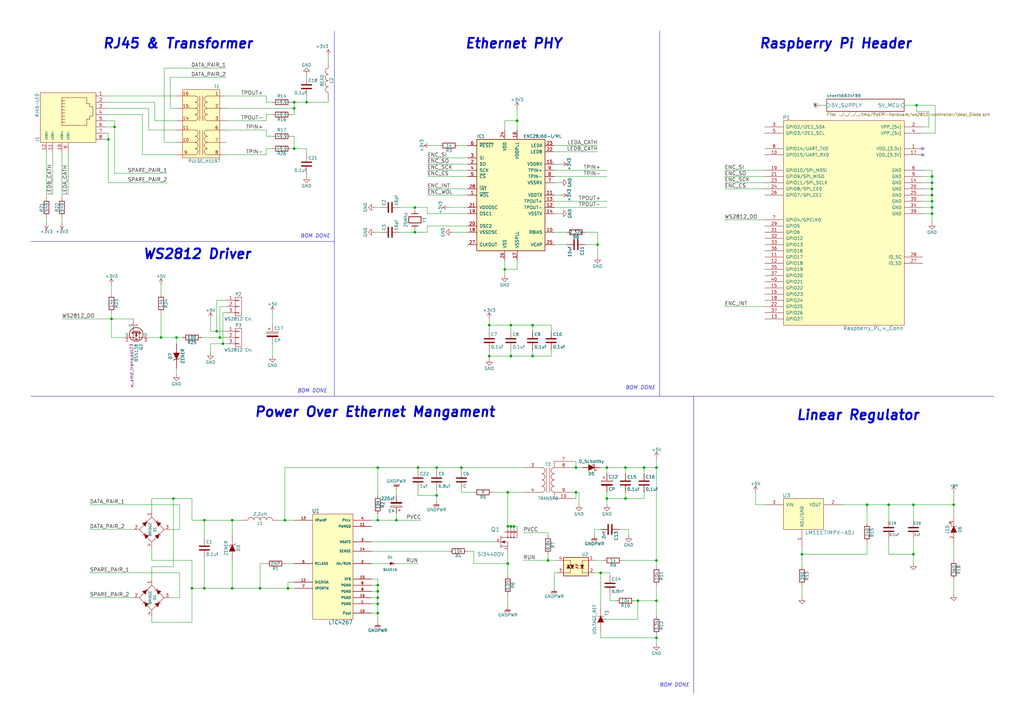
<source format=kicad_sch>
(kicad_sch (version 20230121) (generator eeschema)
  (paper "A3")
  (title_block (title "Raspberry Pi - Power Over Ethernet & PHY") (date "2016-02-02") (rev "0.1d") (company "OpenFet") (comment 1 "Author: Julien Marcus") (comment 2 "License: CERN OHL V1.2"))
  (junction (at 210.82 215.9))
  (junction (at 209.55 215.9))
  (junction (at 170.18 95.25))
  (junction (at 236.22 191.77))
  (junction (at 218.44 133.35))
  (junction (at 90.17 138.43))
  (junction (at 154.94 213.36))
  (junction (at 224.79 229.87))
  (junction (at 355.6 207.01))
  (junction (at 391.16 207.01))
  (junction (at 382.27 85.09))
  (junction (at 106.68 241.3))
  (junction (at 154.94 245.11))
  (junction (at 382.27 87.63))
  (junction (at 374.65 207.01))
  (junction (at 120.65 60.96))
  (junction (at 246.38 234.95))
  (junction (at 212.09 49.53))
  (junction (at 95.25 213.36))
  (junction (at 382.27 82.55))
  (junction (at 200.66 133.35))
  (junction (at 88.9 135.89))
  (junction (at 154.94 191.77))
  (junction (at 269.24 261.62))
  (junction (at 248.92 191.77))
  (junction (at 118.11 241.3))
  (junction (at 200.66 146.05))
  (junction (at 154.94 242.57))
  (junction (at 364.49 207.01))
  (junction (at 382.27 72.39))
  (junction (at 209.55 146.05))
  (junction (at 45.72 130.81))
  (junction (at 189.23 191.77))
  (junction (at 83.82 213.36))
  (junction (at 245.11 100.33))
  (junction (at 208.28 231.14))
  (junction (at 95.25 241.3))
  (junction (at 269.24 191.77))
  (junction (at 120.65 44.45))
  (junction (at 162.56 213.36))
  (junction (at 72.39 138.43))
  (junction (at 382.27 77.47))
  (junction (at 154.94 251.46))
  (junction (at 207.01 110.49))
  (junction (at 171.45 191.77))
  (junction (at 83.82 241.3))
  (junction (at 170.18 85.09))
  (junction (at 179.07 191.77))
  (junction (at 66.04 138.43))
  (junction (at 382.27 80.01))
  (junction (at 256.54 204.47))
  (junction (at 179.07 203.2))
  (junction (at 44.45 57.15))
  (junction (at 382.27 74.93))
  (junction (at 125.73 41.91))
  (junction (at 236.22 201.93))
  (junction (at 248.92 204.47))
  (junction (at 261.62 246.38))
  (junction (at 120.65 41.91))
  (junction (at 269.24 246.38))
  (junction (at 71.12 204.47))
  (junction (at 91.44 140.97))
  (junction (at 256.54 191.77))
  (junction (at 154.94 247.65))
  (junction (at 208.28 215.9))
  (junction (at 374.65 227.33))
  (junction (at 328.93 227.33))
  (junction (at 46.99 52.07))
  (junction (at 209.55 133.35))
  (junction (at 116.84 213.36))
  (junction (at 218.44 146.05))
  (junction (at 375.92 43.18))
  (junction (at 269.24 229.87))
  (junction (at 264.16 191.77))
  (junction (at 78.74 241.3))
  (junction (at 208.28 201.93))
  (junction (at 154.94 240.03))
  (no_connect (at 378.46 63.5))
  (no_connect (at 378.46 60.96))
  (wire (pts (xy 95.25 229.87) (xy 95.25 241.3)))
  (wire (pts (xy 72.39 140.97) (xy 72.39 138.43)))
  (wire (pts (xy 378.46 74.93) (xy 382.27 74.93)))
  (wire (pts (xy 134.62 22.86) (xy 134.62 25.4)))
  (wire (pts (xy 226.06 133.35) (xy 226.06 135.89)))
  (wire (pts (xy 364.49 227.33) (xy 374.65 227.33)))
  (wire (pts (xy 240.03 100.33) (xy 245.11 100.33)))
  (wire (pts (xy 19.05 91.44) (xy 19.05 88.9)))
  (wire (pts (xy 25.4 91.44) (xy 25.4 88.9)))
  (wire (pts (xy 58.42 46.99) (xy 58.42 63.5)))
  (wire (pts (xy 257.81 217.17) (xy 257.81 219.71)))
  (wire (pts (xy 256.54 191.77) (xy 264.16 191.77)))
  (wire (pts (xy 243.84 229.87) (xy 247.65 229.87)))
  (wire (pts (xy 62.23 229.87) (xy 78.74 229.87)))
  (wire (pts (xy 111.76 128.27) (xy 111.76 133.35)))
  (wire (pts (xy 120.65 55.88) (xy 120.65 60.96)))
  (wire (pts (xy 111.76 55.88) (xy 109.22 55.88)))
  (wire (pts (xy 62.23 224.79) (xy 62.23 229.87)))
  (wire (pts (xy 91.44 140.97) (xy 92.71 140.97)))
  (wire (pts (xy 313.69 90.17) (xy 297.18 90.17)))
  (wire (pts (xy 62.23 252.73) (xy 62.23 255.27)))
  (wire (pts (xy 170.18 95.25) (xy 175.26 95.25)))
  (wire (pts (xy 269.24 191.77) (xy 269.24 229.87)))
  (wire (pts (xy 364.49 207.01) (xy 374.65 207.01)))
  (wire (pts (xy 209.55 133.35) (xy 209.55 135.89)))
  (wire (pts (xy 154.94 247.65) (xy 154.94 251.46)))
  (wire (pts (xy 391.16 201.93) (xy 391.16 207.01)))
  (wire (pts (xy 118.11 241.3) (xy 120.65 241.3)))
  (wire (pts (xy 82.55 138.43) (xy 90.17 138.43)))
  (wire (pts (xy 163.83 95.25) (xy 170.18 95.25)))
  (wire (pts (xy 109.22 49.53) (xy 109.22 46.99)))
  (wire (pts (xy 246.38 191.77) (xy 248.92 191.77)))
  (wire (pts (xy 209.55 146.05) (xy 218.44 146.05)))
  (wire (pts (xy 92.71 63.5) (xy 109.22 63.5)))
  (wire (pts (xy 154.94 210.82) (xy 154.94 213.36)))
  (wire (pts (xy 92.71 39.37) (xy 109.22 39.37)))
  (wire (pts (xy 46.99 71.12) (xy 68.58 71.12)))
  (wire (pts (xy 236.22 201.93) (xy 237.49 201.93)))
  (wire (pts (xy 43.18 41.91) (xy 63.5 41.91)))
  (wire (pts (xy 78.74 241.3) (xy 83.82 241.3)))
  (wire (pts (xy 383.54 54.61) (xy 378.46 54.61)))
  (wire (pts (xy 109.22 231.14) (xy 106.68 231.14)))
  (wire (pts (xy 83.82 213.36) (xy 95.25 213.36)))
  (wire (pts (xy 313.69 72.39) (xy 297.18 72.39)))
  (wire (pts (xy 391.16 237.49) (xy 391.16 243.84)))
  (wire (pts (xy 109.22 39.37) (xy 109.22 41.91)))
  (wire (pts (xy 120.65 238.76) (xy 118.11 238.76)))
  (wire (pts (xy 152.4 213.36) (xy 154.94 213.36)))
  (wire (pts (xy 313.69 207.01) (xy 309.88 207.01)))
  (wire (pts (xy 62.23 204.47) (xy 71.12 204.47)))
  (wire (pts (xy 227.33 82.55) (xy 248.92 82.55)))
  (wire (pts (xy 109.22 41.91) (xy 111.76 41.91)))
  (wire (pts (xy 200.66 146.05) (xy 209.55 146.05)))
  (wire (pts (xy 210.82 215.9) (xy 212.09 215.9)))
  (wire (pts (xy 179.07 191.77) (xy 189.23 191.77)))
  (wire (pts (xy 44.45 54.61) (xy 43.18 54.61)))
  (wire (pts (xy 72.39 44.45) (xy 69.85 44.45)))
  (wire (pts (xy 119.38 46.99) (xy 120.65 46.99)))
  (wire (pts (xy 171.45 203.2) (xy 179.07 203.2)))
  (wire (pts (xy 78.74 213.36) (xy 83.82 213.36)))
  (wire (pts (xy 256.54 191.77) (xy 256.54 194.31)))
  (wire (pts (xy 209.55 215.9) (xy 210.82 215.9)))
  (wire (pts (xy 118.11 238.76) (xy 118.11 241.3)))
  (wire (pts (xy 264.16 191.77) (xy 269.24 191.77)))
  (wire (pts (xy 125.73 31.75) (xy 125.73 30.48)))
  (wire (pts (xy 191.77 77.47) (xy 175.26 77.47)))
  (wire (pts (xy 125.73 71.12) (xy 125.73 72.39)))
  (wire (pts (xy 180.34 59.69) (xy 176.53 59.69)))
  (wire (pts (xy 345.44 207.01) (xy 355.6 207.01)))
  (wire (pts (xy 171.45 200.66) (xy 171.45 203.2)))
  (wire (pts (xy 86.36 135.89) (xy 86.36 130.81)))
  (wire (pts (xy 73.66 207.01) (xy 36.83 207.01)))
  (wire (pts (xy 62.23 255.27) (xy 78.74 255.27)))
  (wire (pts (xy 382.27 69.85) (xy 382.27 72.39)))
  (wire (pts (xy 261.62 246.38) (xy 269.24 246.38)))
  (wire (pts (xy 71.12 232.41) (xy 71.12 204.47)))
  (wire (pts (xy 227.33 95.25) (xy 232.41 95.25)))
  (wire (pts (xy 162.56 213.36) (xy 172.72 213.36)))
  (wire (pts (xy 207.01 110.49) (xy 212.09 110.49)))
  (wire (pts (xy 72.39 138.43) (xy 74.93 138.43)))
  (polyline (pts (xy 407.67 162.56) (xy 12.7 162.56)))
  (wire (pts (xy 184.15 226.06) (xy 152.4 226.06)))
  (wire (pts (xy 185.42 95.25) (xy 191.77 95.25)))
  (wire (pts (xy 95.25 213.36) (xy 99.06 213.36)))
  (wire (pts (xy 200.66 133.35) (xy 200.66 135.89)))
  (wire (pts (xy 63.5 49.53) (xy 72.39 49.53)))
  (wire (pts (xy 261.62 254) (xy 248.92 254)))
  (wire (pts (xy 382.27 87.63) (xy 382.27 91.44)))
  (wire (pts (xy 43.18 39.37) (xy 72.39 39.37)))
  (wire (pts (xy 86.36 140.97) (xy 91.44 140.97)))
  (polyline (pts (xy 137.16 12.7) (xy 137.16 162.56)))
  (wire (pts (xy 154.94 242.57) (xy 154.94 245.11)))
  (wire (pts (xy 54.61 146.05) (xy 54.61 147.32)))
  (wire (pts (xy 375.92 43.18) (xy 383.54 43.18)))
  (wire (pts (xy 60.96 44.45) (xy 60.96 53.34)))
  (wire (pts (xy 375.92 45.72) (xy 381 45.72)))
  (wire (pts (xy 378.46 72.39) (xy 382.27 72.39)))
  (wire (pts (xy 154.94 251.46) (xy 152.4 251.46)))
  (wire (pts (xy 21.59 62.23) (xy 21.59 80.01)))
  (wire (pts (xy 246.38 217.17) (xy 243.84 217.17)))
  (wire (pts (xy 179.07 203.2) (xy 179.07 205.74)))
  (wire (pts (xy 355.6 207.01) (xy 364.49 207.01)))
  (wire (pts (xy 152.4 222.25) (xy 203.2 222.25)))
  (wire (pts (xy 158.75 231.14) (xy 152.4 231.14)))
  (wire (pts (xy 227.33 85.09) (xy 248.92 85.09)))
  (wire (pts (xy 46.99 52.07) (xy 46.99 71.12)))
  (wire (pts (xy 191.77 72.39) (xy 175.26 72.39)))
  (wire (pts (xy 250.19 234.95) (xy 250.19 236.22)))
  (wire (pts (xy 237.49 201.93) (xy 237.49 207.01)))
  (wire (pts (xy 91.44 128.27) (xy 91.44 140.97)))
  (wire (pts (xy 269.24 229.87) (xy 255.27 229.87)))
  (wire (pts (xy 78.74 229.87) (xy 78.74 241.3)))
  (wire (pts (xy 86.36 135.89) (xy 88.9 135.89)))
  (wire (pts (xy 83.82 241.3) (xy 95.25 241.3)))
  (wire (pts (xy 328.93 240.03) (xy 328.93 245.11)))
  (wire (pts (xy 383.54 43.18) (xy 383.54 54.61)))
  (wire (pts (xy 175.26 85.09) (xy 170.18 85.09)))
  (wire (pts (xy 374.65 207.01) (xy 374.65 213.36)))
  (wire (pts (xy 44.45 54.61) (xy 44.45 57.15)))
  (wire (pts (xy 170.18 85.09) (xy 170.18 86.36)))
  (wire (pts (xy 45.72 138.43) (xy 50.8 138.43)))
  (wire (pts (xy 207.01 49.53) (xy 212.09 49.53)))
  (wire (pts (xy 73.66 234.95) (xy 36.83 234.95)))
  (wire (pts (xy 264.16 194.31) (xy 264.16 191.77)))
  (wire (pts (xy 154.94 245.11) (xy 154.94 247.65)))
  (wire (pts (xy 120.65 44.45) (xy 120.65 41.91)))
  (wire (pts (xy 212.09 44.45) (xy 212.09 49.53)))
  (wire (pts (xy 248.92 204.47) (xy 256.54 204.47)))
  (wire (pts (xy 171.45 193.04) (xy 171.45 191.77)))
  (wire (pts (xy 364.49 220.98) (xy 364.49 227.33)))
  (wire (pts (xy 69.85 44.45) (xy 69.85 31.75)))
  (wire (pts (xy 245.11 95.25) (xy 245.11 100.33)))
  (wire (pts (xy 212.09 49.53) (xy 212.09 53.34)))
  (wire (pts (xy 234.95 201.93) (xy 236.22 201.93)))
  (wire (pts (xy 254 217.17) (xy 257.81 217.17)))
  (wire (pts (xy 109.22 55.88) (xy 109.22 53.34)))
  (wire (pts (xy 154.94 191.77) (xy 171.45 191.77)))
  (wire (pts (xy 227.33 234.95) (xy 227.33 241.3)))
  (wire (pts (xy 250.19 246.38) (xy 250.19 243.84)))
  (wire (pts (xy 106.68 231.14) (xy 106.68 241.3)))
  (wire (pts (xy 83.82 220.98) (xy 83.82 213.36)))
  (wire (pts (xy 208.28 201.93) (xy 208.28 215.9)))
  (wire (pts (xy 92.71 49.53) (xy 109.22 49.53)))
  (wire (pts (xy 92.71 128.27) (xy 91.44 128.27)))
  (wire (pts (xy 92.71 44.45) (xy 120.65 44.45)))
  (wire (pts (xy 191.77 226.06) (xy 194.31 226.06)))
  (wire (pts (xy 364.49 207.01) (xy 364.49 213.36)))
  (wire (pts (xy 153.67 95.25) (xy 156.21 95.25)))
  (wire (pts (xy 200.66 146.05) (xy 200.66 147.32)))
  (wire (pts (xy 189.23 191.77) (xy 214.63 191.77)))
  (wire (pts (xy 116.84 213.36) (xy 116.84 191.77)))
  (wire (pts (xy 179.07 193.04) (xy 179.07 191.77)))
  (wire (pts (xy 114.3 213.36) (xy 116.84 213.36)))
  (wire (pts (xy 71.12 204.47) (xy 78.74 204.47)))
  (wire (pts (xy 69.85 217.17) (xy 73.66 217.17)))
  (wire (pts (xy 175.26 87.63) (xy 175.26 85.09)))
  (wire (pts (xy 309.88 207.01) (xy 309.88 201.93)))
  (wire (pts (xy 194.31 226.06) (xy 194.31 231.14)))
  (wire (pts (xy 246.38 248.92) (xy 246.38 234.95)))
  (wire (pts (xy 248.92 204.47) (xy 248.92 207.01)))
  (wire (pts (xy 313.69 125.73) (xy 297.18 125.73)))
  (wire (pts (xy 313.69 77.47) (xy 297.18 77.47)))
  (wire (pts (xy 43.18 46.99) (xy 58.42 46.99)))
  (wire (pts (xy 218.44 133.35) (xy 218.44 135.89)))
  (wire (pts (xy 378.46 82.55) (xy 382.27 82.55)))
  (wire (pts (xy 269.24 229.87) (xy 269.24 232.41)))
  (wire (pts (xy 152.4 242.57) (xy 154.94 242.57)))
  (wire (pts (xy 382.27 74.93) (xy 382.27 77.47)))
  (wire (pts (xy 45.72 130.81) (xy 54.61 130.81)))
  (wire (pts (xy 313.69 69.85) (xy 297.18 69.85)))
  (wire (pts (xy 106.68 241.3) (xy 118.11 241.3)))
  (wire (pts (xy 208.28 215.9) (xy 209.55 215.9)))
  (wire (pts (xy 154.94 213.36) (xy 162.56 213.36)))
  (wire (pts (xy 119.38 41.91) (xy 120.65 41.91)))
  (wire (pts (xy 236.22 189.23) (xy 236.22 191.77)))
  (wire (pts (xy 227.33 67.31) (xy 229.87 67.31)))
  (wire (pts (xy 111.76 140.97) (xy 111.76 146.05)))
  (wire (pts (xy 218.44 133.35) (xy 226.06 133.35)))
  (wire (pts (xy 207.01 106.68) (xy 207.01 110.49)))
  (wire (pts (xy 67.31 27.94) (xy 92.71 27.94)))
  (wire (pts (xy 184.15 85.09) (xy 191.77 85.09)))
  (wire (pts (xy 336.55 43.18) (xy 339.09 43.18)))
  (wire (pts (xy 46.99 49.53) (xy 43.18 49.53)))
  (wire (pts (xy 227.33 62.23) (xy 245.11 62.23)))
  (polyline (pts (xy 284.48 284.48) (xy 284.48 162.56)))
  (wire (pts (xy 67.31 58.42) (xy 67.31 27.94)))
  (wire (pts (xy 116.84 231.14) (xy 120.65 231.14)))
  (wire (pts (xy 191.77 69.85) (xy 175.26 69.85)))
  (wire (pts (xy 120.65 60.96) (xy 125.73 60.96)))
  (wire (pts (xy 62.23 204.47) (xy 62.23 209.55)))
  (wire (pts (xy 25.4 130.81) (xy 45.72 130.81)))
  (wire (pts (xy 116.84 191.77) (xy 154.94 191.77)))
  (wire (pts (xy 88.9 135.89) (xy 92.71 135.89)))
  (wire (pts (xy 154.94 203.2) (xy 154.94 191.77)))
  (wire (pts (xy 355.6 227.33) (xy 328.93 227.33)))
  (wire (pts (xy 227.33 74.93) (xy 229.87 74.93)))
  (wire (pts (xy 95.25 219.71) (xy 95.25 213.36)))
  (wire (pts (xy 382.27 87.63) (xy 378.46 87.63)))
  (wire (pts (xy 269.24 260.35) (xy 269.24 261.62)))
  (wire (pts (xy 382.27 80.01) (xy 382.27 82.55)))
  (polyline (pts (xy 12.7 99.06) (xy 137.16 99.06)))
  (wire (pts (xy 269.24 187.96) (xy 269.24 191.77)))
  (wire (pts (xy 200.66 130.81) (xy 200.66 133.35)))
  (wire (pts (xy 69.85 31.75) (xy 92.71 31.75)))
  (wire (pts (xy 187.96 59.69) (xy 191.77 59.69)))
  (wire (pts (xy 191.77 67.31) (xy 175.26 67.31)))
  (wire (pts (xy 264.16 204.47) (xy 264.16 201.93)))
  (wire (pts (xy 95.25 241.3) (xy 106.68 241.3)))
  (wire (pts (xy 378.46 80.01) (xy 382.27 80.01)))
  (wire (pts (xy 252.73 246.38) (xy 250.19 246.38)))
  (wire (pts (xy 73.66 245.11) (xy 73.66 234.95)))
  (wire (pts (xy 391.16 207.01) (xy 391.16 212.09)))
  (wire (pts (xy 116.84 213.36) (xy 120.65 213.36)))
  (wire (pts (xy 109.22 60.96) (xy 111.76 60.96)))
  (wire (pts (xy 45.72 116.84) (xy 45.72 120.65)))
  (wire (pts (xy 62.23 237.49) (xy 62.23 232.41)))
  (wire (pts (xy 374.65 207.01) (xy 391.16 207.01)))
  (wire (pts (xy 60.96 138.43) (xy 66.04 138.43)))
  (wire (pts (xy 227.33 80.01) (xy 229.87 80.01)))
  (wire (pts (xy 355.6 207.01) (xy 355.6 214.63)))
  (wire (pts (xy 62.23 232.41) (xy 71.12 232.41)))
  (wire (pts (xy 152.4 240.03) (xy 154.94 240.03)))
  (wire (pts (xy 109.22 46.99) (xy 111.76 46.99)))
  (wire (pts (xy 224.79 218.44) (xy 214.63 218.44)))
  (wire (pts (xy 162.56 213.36) (xy 162.56 210.82)))
  (wire (pts (xy 45.72 128.27) (xy 45.72 130.81)))
  (wire (pts (xy 227.33 87.63) (xy 229.87 87.63)))
  (wire (pts (xy 92.71 125.73) (xy 90.17 125.73)))
  (wire (pts (xy 208.28 201.93) (xy 214.63 201.93)))
  (wire (pts (xy 43.18 44.45) (xy 60.96 44.45)))
  (wire (pts (xy 227.33 59.69) (xy 245.11 59.69)))
  (wire (pts (xy 120.65 46.99) (xy 120.65 44.45)))
  (wire (pts (xy 260.35 246.38) (xy 261.62 246.38)))
  (wire (pts (xy 191.77 64.77) (xy 175.26 64.77)))
  (wire (pts (xy 194.31 231.14) (xy 208.28 231.14)))
  (wire (pts (xy 152.4 245.11) (xy 154.94 245.11)))
  (wire (pts (xy 54.61 217.17) (xy 36.83 217.17)))
  (wire (pts (xy 218.44 146.05) (xy 226.06 146.05)))
  (wire (pts (xy 269.24 240.03) (xy 269.24 246.38)))
  (wire (pts (xy 125.73 41.91) (xy 125.73 39.37)))
  (wire (pts (xy 355.6 222.25) (xy 355.6 227.33)))
  (wire (pts (xy 218.44 146.05) (xy 218.44 143.51)))
  (wire (pts (xy 60.96 53.34) (xy 72.39 53.34)))
  (wire (pts (xy 243.84 217.17) (xy 243.84 219.71)))
  (wire (pts (xy 378.46 85.09) (xy 382.27 85.09)))
  (wire (pts (xy 248.92 191.77) (xy 248.92 194.31)))
  (wire (pts (xy 207.01 110.49) (xy 207.01 113.03)))
  (wire (pts (xy 382.27 82.55) (xy 382.27 85.09)))
  (wire (pts (xy 378.46 77.47) (xy 382.27 77.47)))
  (wire (pts (xy 152.4 237.49) (xy 154.94 237.49)))
  (wire (pts (xy 246.38 259.08) (xy 246.38 261.62)))
  (wire (pts (xy 170.18 85.09) (xy 163.83 85.09)))
  (wire (pts (xy 209.55 133.35) (xy 218.44 133.35)))
  (wire (pts (xy 194.31 201.93) (xy 189.23 201.93)))
  (wire (pts (xy 382.27 72.39) (xy 382.27 74.93)))
  (wire (pts (xy 269.24 246.38) (xy 269.24 252.73)))
  (wire (pts (xy 90.17 138.43) (xy 92.71 138.43)))
  (wire (pts (xy 66.04 138.43) (xy 66.04 128.27)))
  (wire (pts (xy 189.23 193.04) (xy 189.23 191.77)))
  (wire (pts (xy 179.07 200.66) (xy 179.07 203.2)))
  (wire (pts (xy 66.04 116.84) (xy 66.04 120.65)))
  (wire (pts (xy 170.18 93.98) (xy 170.18 95.25)))
  (wire (pts (xy 92.71 123.19) (xy 88.9 123.19)))
  (wire (pts (xy 90.17 125.73) (xy 90.17 138.43)))
  (wire (pts (xy 208.28 231.14) (xy 208.28 236.22)))
  (wire (pts (xy 46.99 49.53) (xy 46.99 52.07)))
  (wire (pts (xy 162.56 200.66) (xy 162.56 203.2)))
  (wire (pts (xy 72.39 151.13) (xy 72.39 153.67)))
  (wire (pts (xy 210.82 215.9) (xy 210.82 217.17)))
  (wire (pts (xy 374.65 220.98) (xy 374.65 227.33)))
  (wire (pts (xy 19.05 81.28) (xy 19.05 62.23)))
  (wire (pts (xy 171.45 231.14) (xy 162.56 231.14)))
  (wire (pts (xy 224.79 219.71) (xy 224.79 218.44)))
  (wire (pts (xy 269.24 261.62) (xy 269.24 264.16)))
  (wire (pts (xy 212.09 110.49) (xy 212.09 106.68)))
  (wire (pts (xy 175.26 92.71) (xy 191.77 92.71)))
  (wire (pts (xy 208.28 243.84) (xy 208.28 248.92)))
  (wire (pts (xy 27.94 62.23) (xy 27.94 80.01)))
  (wire (pts (xy 78.74 241.3) (xy 78.74 255.27)))
  (wire (pts (xy 154.94 240.03) (xy 154.94 242.57)))
  (wire (pts (xy 78.74 204.47) (xy 78.74 213.36)))
  (wire (pts (xy 207.01 49.53) (xy 207.01 53.34)))
  (wire (pts (xy 191.77 80.01) (xy 175.26 80.01)))
  (wire (pts (xy 92.71 53.34) (xy 109.22 53.34)))
  (wire (pts (xy 153.67 85.09) (xy 156.21 85.09)))
  (wire (pts (xy 152.4 247.65) (xy 154.94 247.65)))
  (wire (pts (xy 43.18 57.15) (xy 44.45 57.15)))
  (wire (pts (xy 228.6 234.95) (xy 227.33 234.95)))
  (wire (pts (xy 200.66 143.51) (xy 200.66 146.05)))
  (wire (pts (xy 382.27 85.09) (xy 382.27 87.63)))
  (wire (pts (xy 209.55 146.05) (xy 209.55 143.51)))
  (wire (pts (xy 154.94 251.46) (xy 154.94 255.27)))
  (wire (pts (xy 25.4 62.23) (xy 25.4 81.28)))
  (wire (pts (xy 119.38 55.88) (xy 120.65 55.88)))
  (wire (pts (xy 261.62 246.38) (xy 261.62 254)))
  (wire (pts (xy 234.95 191.77) (xy 236.22 191.77)))
  (wire (pts (xy 63.5 41.91) (xy 63.5 49.53)))
  (wire (pts (xy 236.22 191.77) (xy 238.76 191.77)))
  (wire (pts (xy 214.63 229.87) (xy 224.79 229.87)))
  (wire (pts (xy 256.54 204.47) (xy 256.54 201.93)))
  (wire (pts (xy 391.16 222.25) (xy 391.16 229.87)))
  (wire (pts (xy 328.93 227.33) (xy 328.93 232.41)))
  (wire (pts (xy 69.85 245.11) (xy 73.66 245.11)))
  (wire (pts (xy 381 52.07) (xy 378.46 52.07)))
  (wire (pts (xy 201.93 201.93) (xy 208.28 201.93)))
  (wire (pts (xy 246.38 261.62) (xy 269.24 261.62)))
  (wire (pts (xy 83.82 228.6) (xy 83.82 241.3)))
  (wire (pts (xy 109.22 63.5) (xy 109.22 60.96)))
  (wire (pts (xy 224.79 229.87) (xy 224.79 227.33)))
  (wire (pts (xy 175.26 95.25) (xy 175.26 92.71)))
  (wire (pts (xy 125.73 41.91) (xy 134.62 41.91)))
  (wire (pts (xy 44.45 74.93) (xy 68.58 74.93)))
  (wire (pts (xy 209.55 217.17) (xy 209.55 215.9)))
  (wire (pts (xy 208.28 215.9) (xy 208.28 217.17)))
  (wire (pts (xy 58.42 63.5) (xy 72.39 63.5)))
  (wire (pts (xy 227.33 72.39) (xy 248.92 72.39)))
  (wire (pts (xy 125.73 60.96) (xy 125.73 63.5)))
  (wire (pts (xy 381 45.72) (xy 381 52.07)))
  (wire (pts (xy 212.09 215.9) (xy 212.09 217.17)))
  (wire (pts (xy 66.04 138.43) (xy 72.39 138.43)))
  (wire (pts (xy 256.54 204.47) (xy 264.16 204.47)))
  (wire (pts (xy 45.72 130.81) (xy 45.72 138.43)))
  (wire (pts (xy 382.27 77.47) (xy 382.27 80.01)))
  (wire (pts (xy 88.9 123.19) (xy 88.9 135.89)))
  (wire (pts (xy 227.33 100.33) (xy 232.41 100.33)))
  (wire (pts (xy 234.95 189.23) (xy 236.22 189.23)))
  (wire (pts (xy 240.03 95.25) (xy 245.11 95.25)))
  (wire (pts (xy 245.11 100.33) (xy 245.11 105.41)))
  (wire (pts (xy 86.36 140.97) (xy 86.36 144.78)))
  (wire (pts (xy 375.92 45.72) (xy 375.92 43.18)))
  (polyline (pts (xy 270.51 162.56) (xy 270.51 12.7)))
  (wire (pts (xy 191.77 87.63) (xy 175.26 87.63)))
  (wire (pts (xy 54.61 245.11) (xy 36.83 245.11)))
  (wire (pts (xy 374.65 227.33) (xy 374.65 231.14)))
  (wire (pts (xy 154.94 237.49) (xy 154.94 240.03)))
  (wire (pts (xy 73.66 217.17) (xy 73.66 207.01)))
  (wire (pts (xy 200.66 133.35) (xy 209.55 133.35)))
  (wire (pts (xy 227.33 69.85) (xy 248.92 69.85)))
  (wire (pts (xy 120.65 41.91) (xy 125.73 41.91)))
  (wire (pts (xy 208.28 226.06) (xy 208.28 231.14)))
  (wire (pts (xy 378.46 69.85) (xy 382.27 69.85)))
  (wire (pts (xy 313.69 74.93) (xy 297.18 74.93)))
  (wire (pts (xy 226.06 146.05) (xy 226.06 143.51)))
  (wire (pts (xy 243.84 234.95) (xy 246.38 234.95)))
  (wire (pts (xy 44.45 57.15) (xy 44.45 74.93)))
  (wire (pts (xy 134.62 41.91) (xy 134.62 40.64)))
  (wire (pts (xy 328.93 224.79) (xy 328.93 227.33)))
  (wire (pts (xy 234.95 204.47) (xy 236.22 204.47)))
  (wire (pts (xy 224.79 229.87) (xy 228.6 229.87)))
  (wire (pts (xy 189.23 201.93) (xy 189.23 200.66)))
  (wire (pts (xy 72.39 58.42) (xy 67.31 58.42)))
  (wire (pts (xy 370.84 43.18) (xy 375.92 43.18)))
  (wire (pts (xy 236.22 204.47) (xy 236.22 201.93)))
  (wire (pts (xy 171.45 191.77) (xy 179.07 191.77)))
  (wire (pts (xy 248.92 201.93) (xy 248.92 204.47)))
  (wire (pts (xy 119.38 60.96) (xy 120.65 60.96)))
  (wire (pts (xy 43.18 52.07) (xy 46.99 52.07)))
  (wire (pts (xy 248.92 191.77) (xy 256.54 191.77)))
  (wire (pts (xy 246.38 234.95) (xy 250.19 234.95)))
  (text "BOM DONE" (at 256.54 160.02 0) (effects (font (size 1.524 1.524) italic) (justify left bottom)))
  (text "Ethernet PHY" (at 190.5 20.32 0) (effects (font (size 3.9878 3.9878) (thickness 0.7976) bold italic) (justify left bottom)))
  (text "Raspberry Pi Header" (at 311.15 20.32 0) (effects (font (size 3.9878 3.9878) (thickness 0.7976) bold italic) (justify left bottom)))
  (text "WS2812 Driver" (at 58.42 106.68 0) (effects (font (size 3.9878 3.9878) (thickness 0.7976) bold italic) (justify left bottom)))
  (text "BOM DONE" (at 121.92 161.29 0) (effects (font (size 1.524 1.524) italic) (justify left bottom)))
  (text "BOM DONE" (at 123.19 97.79 0) (effects (font (size 1.524 1.524) italic) (justify left bottom)))
  (text "Linear Regulator" (at 326.39 172.72 0) (effects (font (size 3.9878 3.9878) (thickness 0.7976) bold italic) (justify left bottom)))
  (text "Power Over Ethernet Mangament" (at 104.14 171.45 0) (effects (font (size 3.9878 3.9878) (thickness 0.7976) bold italic) (justify left bottom)))
  (text "BOM DONE" (at 270.51 281.94 0) (effects (font (size 1.524 1.524) italic) (justify left bottom)))
  (text "RJ45 & Transformer" (at 41.91 20.32 0) (effects (font (size 3.9878 3.9878) (thickness 0.7976) bold italic) (justify left bottom)))
  (label "ENC_SCK" (at 297.18 74.93 0) (effects (font (size 1.524 1.524))))
  (label "LEDA_CATH" (at 245.11 59.69 180) (effects (font (size 1.524 1.524))))
  (label "ENC_SCK" (at 175.26 69.85 0) (effects (font (size 1.524 1.524))))
  (label "DATA_PAIR_2" (at 36.83 217.17 0) (effects (font (size 1.524 1.524))))
  (label "TPOUT+" (at 246.38 82.55 180) (effects (font (size 1.524 1.524))))
  (label "TPOUT-" (at 246.38 85.09 180) (effects (font (size 1.524 1.524))))
  (label "DATA_PAIR_1" (at 92.71 27.94 180) (effects (font (size 1.524 1.524))))
  (label "LEDB_CATH" (at 21.59 80.01 90) (effects (font (size 1.524 1.524))))
  (label "ENC_INT" (at 297.18 125.73 0) (effects (font (size 1.524 1.524))))
  (label "ENC_SO" (at 297.18 72.39 0) (effects (font (size 1.524 1.524))))
  (label "ENC_CS" (at 297.18 77.47 0) (effects (font (size 1.524 1.524))))
  (label "RUN" (at 214.63 229.87 0) (effects (font (size 1.524 1.524))))
  (label "ENC_SO" (at 175.26 67.31 0) (effects (font (size 1.524 1.524))))
  (label "LEDA_CATH" (at 27.94 80.01 90) (effects (font (size 1.524 1.524))))
  (label "TPIN+" (at 246.38 69.85 180) (effects (font (size 1.524 1.524))))
  (label "TPIN+" (at 107.95 53.34 180) (effects (font (size 1.524 1.524))))
  (label "TPIN-" (at 107.95 63.5 180) (effects (font (size 1.524 1.524))))
  (label "SPARE_PAIR_1" (at 36.83 234.95 0) (effects (font (size 1.524 1.524))))
  (label "LEDB_CATH" (at 245.11 62.23 180) (effects (font (size 1.524 1.524))))
  (label "PVCC" (at 172.72 213.36 180) (effects (font (size 1.524 1.524))))
  (label "ENC_WOL" (at 175.26 80.01 0) (effects (font (size 1.524 1.524))))
  (label "ENC_SI" (at 297.18 69.85 0) (effects (font (size 1.524 1.524))))
  (label "TPOUT+" (at 107.95 39.37 180) (effects (font (size 1.524 1.524))))
  (label "TPIN-" (at 246.38 72.39 180) (effects (font (size 1.524 1.524))))
  (label "TPOUT-" (at 107.95 49.53 180) (effects (font (size 1.524 1.524))))
  (label "SPARE_PAIR_2" (at 68.58 74.93 180) (effects (font (size 1.524 1.524))))
  (label "ENC_SI" (at 175.26 64.77 0) (effects (font (size 1.524 1.524))))
  (label "ENC_INT" (at 175.26 77.47 0) (effects (font (size 1.524 1.524))))
  (label "WS2812_DO" (at 297.18 90.17 0) (effects (font (size 1.524 1.524))))
  (label "WS2812_DO" (at 25.4 130.81 0) (effects (font (size 1.524 1.524))))
  (label "SPARE_PAIR_2" (at 36.83 245.11 0) (effects (font (size 1.524 1.524))))
  (label "RUN" (at 171.45 231.14 180) (effects (font (size 1.524 1.524))))
  (label "SPARE_PAIR_1" (at 68.58 71.12 180) (effects (font (size 1.524 1.524))))
  (label "DATA_PAIR_2" (at 92.71 31.75 180) (effects (font (size 1.524 1.524))))
  (label "DATA_PAIR_1" (at 36.83 207.01 0) (effects (font (size 1.524 1.524))))
  (label "ENC_CS" (at 175.26 72.39 0) (effects (font (size 1.524 1.524))))
  (label "PVCC" (at 214.63 218.44 0) (effects (font (size 1.524 1.524))))
  (symbol (lib_id "ltc4267:LTC4267") (at 128.27 210.82 0) (unit 1)
    (property "Reference" "U1" (at 129.54 209.55 0) (effects (font (size 1.524 1.524))))
    (property "Value" "LTC4267" (at 139.7 255.27 0) (effects (font (size 1.524 1.524))))
    (property "Footprint" "w_smd_dil:ssop-16" (effects hide))
    (property "Digikey Part No." "LTC4267CGN-3#PBF-ND" (effects hide))
  )
  (symbol (lib_id "pizero-poe-rescue:BRIDGE") (at 62.23 217.17 270) (unit 1)
    (property "Reference" "D1" (at 63.5 217.17 0) (effects (font (size 1.016 1.016))))
    (property "Value" "BRIDGE" (at 61.595 217.17 0) (effects (font (size 1.016 1.016))))
    (property "Footprint" "w_smd_diode:MBS" (effects hide))
    (property "Mouser Part No." "621-HD01-T " (effects hide))
  )
  (symbol (lib_id "pizero-poe-rescue:C") (at 83.82 224.79 0) (unit 1)
    (property "Reference" "C1" (at 84.455 222.25 0) (effects (justify left)))
    (property "Value" "0.1uf" (at 84.455 227.33 0) (effects (justify left)))
    (property "Footprint" "w_smd_cap:c_0402" (effects hide))
    (property "Mouser Part No." "710-885012105001" (effects hide))
  )
  (symbol (lib_id "pizero-poe-rescue:ZENER") (at 95.25 224.79 270) (unit 1)
    (property "Reference" "D3" (at 97.79 224.79 0))
    (property "Value" "ZENER" (at 92.71 224.79 0))
    (property "Footprint" "w_smd_diode:do214ac" (effects hide))
    (property "Mouser Part No." "576-SMAJ58A" (effects hide))
  )
  (symbol (lib_id "pizero-poe-rescue:INDUCTOR") (at 106.68 213.36 90) (unit 1)
    (property "Reference" "L1" (at 106.68 214.63 90))
    (property "Value" "2.2uH" (at 106.68 210.82 90))
    (property "Footprint" "w_smd_inductors:inductor_smd_1008" (effects hide))
    (property "Mouser Part No." "81-LQM2HPN2R2MEHL" (effects hide))
  )
  (symbol (lib_id "pizero-poe-rescue:R") (at 113.03 231.14 270) (unit 1)
    (property "Reference" "R1" (at 113.03 233.172 90))
    (property "Value" "DNP" (at 113.03 231.14 90))
    (property "Footprint" "w_smd_resistors:r_0402" (effects hide))
  )
  (symbol (lib_id "pizero-poe-rescue:POE_TRANS") (at 224.79 196.85 0) (unit 1)
    (property "Reference" "T2" (at 224.79 190.5 0))
    (property "Value" "TRANSFO" (at 224.79 204.47 0))
    (property "Footprint" "project_foot:PoE_TRANS" (effects hide))
    (property "Mouser Part No." "710-7491199501" (effects hide))
  )
  (symbol (lib_id "pizero-poe-rescue:R") (at 154.94 207.01 0) (unit 1)
    (property "Reference" "R2" (at 156.972 207.01 90))
    (property "Value" "10k" (at 154.94 207.01 90))
    (property "Footprint" "w_smd_resistors:r_0402" (effects hide))
    (property "Mouser Part No." "754-RR0510P-103D" (effects hide))
  )
  (symbol (lib_id "pizero-poe-rescue:GNDPWR") (at 162.56 200.66 180) (unit 1)
    (property "Reference" "#PWR16" (effects hide))
    (property "Value" "GNDPWR" (at 162.56 197.358 0))
  )
  (symbol (lib_id "pizero-poe-rescue:SI3440DV") (at 205.74 222.25 0) (unit 1)
    (property "Reference" "Q1" (at 203.2 217.17 0) (effects (font (size 1.778 1.778))))
    (property "Value" "SI3440DV" (at 201.295 227.33 0) (effects (font (size 1.524 1.524))))
    (property "Footprint" "w_smd_trans:tsot-6" (effects hide))
    (property "Mouser Part No." "781-SI3440DV-E3" (effects hide))
  )
  (symbol (lib_id "pizero-poe-rescue:C") (at 189.23 196.85 0) (unit 1)
    (property "Reference" "C6" (at 189.865 194.31 0) (effects (justify left)))
    (property "Value" "C" (at 189.865 199.39 0) (effects (justify left)))
    (property "Footprint" "w_smd_cap:c_0402" (effects hide))
  )
  (symbol (lib_id "pizero-poe-rescue:R") (at 198.12 201.93 270) (unit 1)
    (property "Reference" "R5" (at 198.12 203.962 90))
    (property "Value" "R" (at 198.12 201.93 90))
    (property "Footprint" "w_smd_resistors:r_0402" (effects hide))
  )
  (symbol (lib_id "pizero-poe-rescue:GNDPWR") (at 179.07 205.74 0) (unit 1)
    (property "Reference" "#PWR18" (effects hide))
    (property "Value" "GNDPWR" (at 179.07 209.042 0))
  )
  (symbol (lib_id "pizero-poe-rescue:C") (at 179.07 196.85 0) (unit 1)
    (property "Reference" "C5" (at 179.705 194.31 0) (effects (justify left)))
    (property "Value" "6.8uf" (at 179.705 199.39 0) (effects (justify left)))
    (property "Footprint" "w_smd_cap:c_tant_D" (effects hide))
    (property "Mouser Part No." "74-293D685X9050D2TE3" (effects hide))
  )
  (symbol (lib_id "pizero-poe-rescue:R") (at 208.28 240.03 0) (unit 1)
    (property "Reference" "R6" (at 210.312 240.03 90))
    (property "Value" "0.05" (at 208.28 240.03 90))
    (property "Footprint" "w_smd_resistors:r_1206" (effects hide))
    (property "Mouser Part No." "660-UR732BTTD50L0F" (effects hide))
  )
  (symbol (lib_id "pizero-poe-rescue:R") (at 187.96 226.06 270) (unit 1)
    (property "Reference" "R4" (at 187.96 228.092 90))
    (property "Value" "10k" (at 187.96 226.06 90))
    (property "Footprint" "w_smd_resistors:r_0402" (effects hide))
    (property "Mouser Part No." "754-RR0510P-103D" (effects hide))
  )
  (symbol (lib_id "pizero-poe-rescue:GNDPWR") (at 208.28 248.92 0) (unit 1)
    (property "Reference" "#PWR24" (effects hide))
    (property "Value" "GNDPWR" (at 208.28 252.222 0))
  )
  (symbol (lib_id "pizero-poe-rescue:D_Schottky") (at 242.57 191.77 180) (unit 1)
    (property "Reference" "D5" (at 242.57 194.31 0))
    (property "Value" "D_Schottky" (at 242.57 189.23 0))
    (property "Footprint" "w_smd_diode:do214ab" (effects hide))
    (property "Mouser Part No." "621-B360A-F" (effects hide))
  )
  (symbol (lib_id "pizero-poe-rescue:CP") (at 248.92 198.12 0) (unit 1)
    (property "Reference" "C12" (at 249.555 195.58 0) (effects (justify left)))
    (property "Value" "CP" (at 249.555 200.66 0) (effects (justify left)))
    (property "Footprint" "w_smd_cap:c_elec_4x4.5" (effects hide))
    (property "Mouser Part No." "667-EEE-1AA330WR" (effects hide))
  )
  (symbol (lib_id "pizero-poe-rescue:GND") (at 237.49 207.01 0) (unit 1)
    (property "Reference" "#PWR31" (effects hide))
    (property "Value" "GND" (at 237.49 210.82 0))
  )
  (symbol (lib_id "pizero-poe-rescue:GND") (at 248.92 207.01 0) (unit 1)
    (property "Reference" "#PWR34" (effects hide))
    (property "Value" "GND" (at 248.92 210.82 0))
  )
  (symbol (lib_id "pizero-poe-rescue:+5V") (at 269.24 187.96 0) (unit 1)
    (property "Reference" "#PWR36" (effects hide))
    (property "Value" "+5V" (at 269.24 184.404 0))
  )
  (symbol (lib_id "pizero-poe-rescue:FODM3012") (at 236.22 232.41 0) (mirror y) (unit 1)
    (property "Reference" "U2" (at 241.3 227.33 0) (effects (justify left)))
    (property "Value" "PAS291" (effects hide))
    (property "Footprint" "project_foot:OPTO_ISO" (effects hide))
    (property "Mouser Part No." "551-PS2911-1-K-AX" (effects hide))
  )
  (symbol (lib_id "pizero-poe-rescue:R") (at 251.46 229.87 270) (unit 1)
    (property "Reference" "R9" (at 251.46 231.902 90))
    (property "Value" "1k" (at 251.46 229.87 90))
    (property "Footprint" "w_smd_resistors:r_0402" (effects hide))
  )
  (symbol (lib_id "pizero-poe-rescue:R") (at 256.54 246.38 270) (unit 1)
    (property "Reference" "R10" (at 256.54 248.412 90))
    (property "Value" "10k" (at 256.54 246.38 90))
    (property "Footprint" "w_smd_resistors:r_0402" (effects hide))
    (property "Mouser Part No." "754-RR0510P-103D" (effects hide))
  )
  (symbol (lib_id "pizero-poe-rescue:R") (at 269.24 236.22 0) (unit 1)
    (property "Reference" "R11" (at 271.272 236.22 90))
    (property "Value" "10k" (at 269.24 236.22 90))
    (property "Footprint" "w_smd_resistors:r_0402" (effects hide))
    (property "Mouser Part No." "754-RR0510P-103D" (effects hide))
  )
  (symbol (lib_id "pizero-poe-rescue:R") (at 269.24 256.54 0) (unit 1)
    (property "Reference" "R12" (at 271.272 256.54 90))
    (property "Value" "3.3k" (at 269.24 256.54 90))
    (property "Footprint" "w_smd_resistors:r_0402" (effects hide))
    (property "Mouser Part No." "754-RR0510P-332D" (effects hide))
  )
  (symbol (lib_id "pizero-poe-rescue:GND") (at 269.24 264.16 0) (unit 1)
    (property "Reference" "#PWR37" (effects hide))
    (property "Value" "GND" (at 269.24 267.97 0))
  )
  (symbol (lib_id "pizero-poe-rescue:C") (at 250.19 240.03 0) (unit 1)
    (property "Reference" "C14" (at 250.825 237.49 0) (effects (justify left)))
    (property "Value" "6.8nf" (at 250.825 242.57 0) (effects (justify left)))
    (property "Footprint" "w_smd_cap:c_0402" (effects hide))
    (property "Mouser Part No." "81-GRM155R71H682KA8D" (effects hide))
  )
  (symbol (lib_id "pizero-poe-rescue:GNDPWR") (at 227.33 241.3 0) (unit 1)
    (property "Reference" "#PWR26" (effects hide))
    (property "Value" "GNDPWR" (at 227.33 244.602 0))
  )
  (symbol (lib_id "pizero-poe-rescue:GNDPWR") (at 243.84 219.71 0) (unit 1)
    (property "Reference" "#PWR32" (effects hide))
    (property "Value" "GNDPWR" (at 243.84 223.012 0))
  )
  (symbol (lib_id "pizero-poe-rescue:GND") (at 257.81 219.71 0) (unit 1)
    (property "Reference" "#PWR35" (effects hide))
    (property "Value" "GND" (at 257.81 223.52 0))
  )
  (symbol (lib_id "pizero-poe-rescue:C") (at 250.19 217.17 270) (unit 1)
    (property "Reference" "C13" (at 252.73 217.805 0) (effects (justify left)))
    (property "Value" "2nf" (at 247.65 217.805 0) (effects (justify left)))
    (property "Footprint" "w_smd_cap:c_0603" (effects hide))
    (property "Mouser Part No." "81-GRM1885C1H202JA1D" (effects hide))
  )
  (symbol (lib_id "pizero-poe-rescue:DIODE") (at 160.02 231.14 0) (unit 1)
    (property "Reference" "D4" (at 160.02 228.6 0) (effects (font (size 1.016 1.016))))
    (property "Value" "BAS516" (at 160.02 233.68 0) (effects (font (size 1.016 1.016))))
    (property "Footprint" "w_smd_diode:sod523" (effects hide))
    (property "Mouser Part No." "771-BAS516-T/R" (effects hide))
  )
  (symbol (lib_id "pizero-poe-rescue:R") (at 224.79 223.52 0) (unit 1)
    (property "Reference" "R7" (at 226.822 223.52 90))
    (property "Value" "6.8k" (at 224.79 223.52 90))
    (property "Footprint" "w_smd_resistors:r_0402" (effects hide))
    (property "Mouser Part No." "754-RR0510P-682D" (effects hide))
  )
  (symbol (lib_id "pizero-poe-rescue:ENC28J60-I/ML") (at 209.55 80.01 0) (unit 1)
    (property "Reference" "IC1" (at 195.58 55.88 0) (effects (justify left)))
    (property "Value" "ENC28J60-I/ML" (at 214.63 55.88 0) (effects (justify left)))
    (property "Footprint" "w_smd_qfn:qfn-28" (effects hide))
    (property "Mouser Part No." "579-ENC28J60-I/ML" (effects hide))
  )
  (symbol (lib_id "pizero-poe-rescue:R") (at 236.22 95.25 270) (unit 1)
    (property "Reference" "R8" (at 236.22 97.282 90))
    (property "Value" "2.32k" (at 236.22 95.25 90))
    (property "Footprint" "w_smd_resistors:r_0402" (effects hide))
    (property "Mouser Part No." "667-ERJ-2RKF2321X" (effects hide))
  )
  (symbol (lib_id "pizero-poe-rescue:C") (at 236.22 100.33 270) (unit 1)
    (property "Reference" "C11" (at 238.76 100.965 0) (effects (justify left)))
    (property "Value" "10uf" (at 233.68 100.965 0) (effects (justify left)))
    (property "Footprint" "w_smd_cap:c_0603" (effects hide))
    (property "Mouser Part No." "81-ZRB18AR61C106ME1L" (effects hide))
  )
  (symbol (lib_id "pizero-poe-rescue:GND") (at 245.11 105.41 0) (unit 1)
    (property "Reference" "#PWR33" (effects hide))
    (property "Value" "GND" (at 245.11 109.22 0))
  )
  (symbol (lib_id "pizero-poe-rescue:GND") (at 207.01 113.03 0) (unit 1)
    (property "Reference" "#PWR23" (effects hide))
    (property "Value" "GND" (at 207.01 116.84 0))
  )
  (symbol (lib_id "pizero-poe-rescue:Crystal") (at 170.18 90.17 270) (unit 1)
    (property "Reference" "Y1" (at 173.99 90.17 0))
    (property "Value" "25Mhz" (at 166.37 90.17 0))
    (property "Footprint" "w_crystal:crystal_smd_5x3.2mm" (effects hide))
    (property "Mouser Part No." "774-445I23D25M00000" (effects hide))
  )
  (symbol (lib_id "pizero-poe-rescue:+3.3V") (at 212.09 44.45 0) (unit 1)
    (property "Reference" "#PWR25" (effects hide))
    (property "Value" "+3.3V" (at 212.09 40.894 0))
  )
  (symbol (lib_id "pizero-poe-rescue:+3.3V") (at 229.87 80.01 270) (unit 1)
    (property "Reference" "#PWR29" (effects hide))
    (property "Value" "+3.3V" (at 233.426 80.01 0))
  )
  (symbol (lib_id "pizero-poe-rescue:+3.3V") (at 229.87 67.31 270) (unit 1)
    (property "Reference" "#PWR27" (effects hide))
    (property "Value" "+3.3V" (at 233.426 67.31 0))
  )
  (symbol (lib_id "pizero-poe-rescue:GND") (at 229.87 87.63 90) (mirror x) (unit 1)
    (property "Reference" "#PWR30" (effects hide))
    (property "Value" "GND" (at 233.68 87.63 0))
  )
  (symbol (lib_id "pizero-poe-rescue:GND") (at 229.87 74.93 90) (mirror x) (unit 1)
    (property "Reference" "#PWR28" (effects hide))
    (property "Value" "GND" (at 233.68 74.93 0))
  )
  (symbol (lib_id "pizero-poe-rescue:GND") (at 185.42 95.25 270) (mirror x) (unit 1)
    (property "Reference" "#PWR20" (effects hide))
    (property "Value" "GND" (at 181.61 95.25 0))
  )
  (symbol (lib_id "pizero-poe-rescue:+3.3V") (at 184.15 85.09 90) (unit 1)
    (property "Reference" "#PWR19" (effects hide))
    (property "Value" "+3.3V" (at 180.594 85.09 0))
  )
  (symbol (lib_id "pizero-poe-rescue:C") (at 160.02 85.09 90) (unit 1)
    (property "Reference" "C2" (at 157.48 84.455 0) (effects (justify left)))
    (property "Value" "16pf" (at 162.56 84.455 0) (effects (justify left)))
    (property "Footprint" "w_smd_cap:c_0402" (effects hide))
    (property "Mouser Part No." "81-GRM1555C1H160JA1D" (effects hide))
  )
  (symbol (lib_id "pizero-poe-rescue:C") (at 160.02 95.25 90) (unit 1)
    (property "Reference" "C3" (at 157.48 94.615 0) (effects (justify left)))
    (property "Value" "16pf" (at 162.56 94.615 0) (effects (justify left)))
    (property "Footprint" "w_smd_cap:c_0402" (effects hide))
    (property "Mouser Part No." "81-GRM1555C1H160JA1D" (effects hide))
  )
  (symbol (lib_id "pizero-poe-rescue:GND") (at 153.67 85.09 270) (mirror x) (unit 1)
    (property "Reference" "#PWR13" (effects hide))
    (property "Value" "GND" (at 149.86 85.09 0))
  )
  (symbol (lib_id "pizero-poe-rescue:GND") (at 153.67 95.25 270) (mirror x) (unit 1)
    (property "Reference" "#PWR14" (effects hide))
    (property "Value" "GND" (at 149.86 95.25 0))
  )
  (symbol (lib_id "pizero-poe-rescue:R") (at 184.15 59.69 270) (unit 1)
    (property "Reference" "R3" (at 184.15 61.722 90))
    (property "Value" "1k" (at 184.15 59.69 90))
    (property "Footprint" "w_smd_resistors:r_0402" (effects hide))
    (property "Mouser Part No." "754-RR0510P-102D" (effects hide))
  )
  (symbol (lib_id "pizero-poe-rescue:+3.3V") (at 176.53 59.69 90) (unit 1)
    (property "Reference" "#PWR17" (effects hide))
    (property "Value" "+3.3V" (at 172.974 59.69 0))
  )
  (symbol (lib_id "pizero-poe-rescue:C") (at 200.66 139.7 0) (unit 1)
    (property "Reference" "C7" (at 201.295 137.16 0) (effects (justify left)))
    (property "Value" "0.1uf" (at 201.295 142.24 0) (effects (justify left)))
    (property "Footprint" "w_smd_cap:c_0402" (effects hide))
    (property "Mouser Part No." "710-885012105001" (effects hide))
  )
  (symbol (lib_id "pizero-poe-rescue:C") (at 209.55 139.7 0) (unit 1)
    (property "Reference" "C8" (at 210.185 137.16 0) (effects (justify left)))
    (property "Value" "0.1uf" (at 210.185 142.24 0) (effects (justify left)))
    (property "Footprint" "w_smd_cap:c_0402" (effects hide))
    (property "Mouser Part No." "710-885012105001" (effects hide))
  )
  (symbol (lib_id "pizero-poe-rescue:C") (at 218.44 139.7 0) (unit 1)
    (property "Reference" "C9" (at 219.075 137.16 0) (effects (justify left)))
    (property "Value" "0.1uf" (at 219.075 142.24 0) (effects (justify left)))
    (property "Footprint" "w_smd_cap:c_0402" (effects hide))
    (property "Mouser Part No." "710-885012105001" (effects hide))
  )
  (symbol (lib_id "pizero-poe-rescue:C") (at 226.06 139.7 0) (unit 1)
    (property "Reference" "C10" (at 226.695 137.16 0) (effects (justify left)))
    (property "Value" "0.1uf" (at 226.695 142.24 0) (effects (justify left)))
    (property "Footprint" "w_smd_cap:c_0603" (effects hide))
    (property "Mouser Part No." "710-885012105001" (effects hide))
  )
  (symbol (lib_id "pizero-poe-rescue:+3.3V") (at 200.66 130.81 0) (unit 1)
    (property "Reference" "#PWR21" (effects hide))
    (property "Value" "+3.3V" (at 200.66 127.254 0))
  )
  (symbol (lib_id "pizero-poe-rescue:GND") (at 200.66 147.32 0) (mirror y) (unit 1)
    (property "Reference" "#PWR22" (effects hide))
    (property "Value" "GND" (at 200.66 151.13 0))
  )
  (symbol (lib_id "pizero-poe-rescue:Raspberry_Pi_+_Conn") (at 350.52 97.79 0) (unit 1)
    (property "Reference" "P1" (at 322.58 48.26 0) (effects (font (size 1.524 1.524))))
    (property "Value" "Raspberry_Pi_+_Conn" (at 358.14 134.62 0) (effects (font (size 1.524 1.524))))
  )
  (symbol (lib_id "pizero-poe-rescue:GND") (at 382.27 91.44 0) (unit 1)
    (property "Reference" "#PWR42" (effects hide))
    (property "Value" "GND" (at 382.27 95.25 0))
  )
  (symbol (lib_id "pizero-poe-rescue:+5V") (at 336.55 43.18 90) (mirror x) (unit 1)
    (property "Reference" "#PWR40" (effects hide))
    (property "Value" "+5V" (at 334.264 43.18 0) (effects (font (size 0.762 0.762))))
  )
  (symbol (lib_id "pizero-poe-rescue:RJ45-LED") (at 31.75 48.26 90) (mirror x) (unit 1)
    (property "Reference" "J1" (at 15.24 57.15 0))
    (property "Value" "RJ45-LED" (at 15.24 43.18 0))
    (property "Footprint" "w_conn_pc:rj45-tyco-2-406549-7" (effects hide))
    (property "Mouser Part No." "710-615008137421" (effects hide))
  )
  (symbol (lib_id "pizero-poe-rescue:+3.3V") (at 19.05 91.44 0) (mirror x) (unit 1)
    (property "Reference" "#PWR1" (effects hide))
    (property "Value" "+3.3V" (at 19.05 94.996 0))
  )
  (symbol (lib_id "pizero-poe-rescue:+3.3V") (at 25.4 91.44 0) (mirror x) (unit 1)
    (property "Reference" "#PWR2" (effects hide))
    (property "Value" "+3.3V" (at 25.4 94.996 0))
  )
  (symbol (lib_id "pizero-poe-rescue:R") (at 19.05 85.09 0) (mirror y) (unit 1)
    (property "Reference" "R21" (at 17.018 85.09 90))
    (property "Value" "549" (at 19.05 85.09 90))
    (property "Footprint" "w_smd_resistors:r_0402" (effects hide))
    (property "Mouser Part No." "667-ERJ-2RKF5490X" (effects hide))
  )
  (symbol (lib_id "pizero-poe-rescue:R") (at 25.4 85.09 0) (mirror y) (unit 1)
    (property "Reference" "R22" (at 23.368 85.09 90))
    (property "Value" "549" (at 25.4 85.09 90))
    (property "Footprint" "w_smd_resistors:r_0402" (effects hide))
    (property "Mouser Part No." "667-ERJ-2RKF5490X" (effects hide))
  )
  (symbol (lib_id "voltage_refrence:VOLTAGE_REF") (at 246.38 254 270) (unit 1)
    (property "Reference" "T3" (at 248.92 251.46 0))
    (property "Value" "VOLTAGE_REF" (at 243.84 254 0))
    (property "Footprint" "w_smd_trans:sot23" (effects hide))
    (property "Mouser Part No." "863-TLV431BSN1T1G" (effects hide))
  )
  (symbol (lib_id "pizero-poe-rescue:GNDPWR") (at 154.94 255.27 0) (unit 1)
    (property "Reference" "#PWR15" (effects hide))
    (property "Value" "GNDPWR" (at 154.94 258.572 0))
  )
  (symbol (lib_id "pizero-poe-rescue:BRIDGE") (at 62.23 245.11 270) (unit 1)
    (property "Reference" "D2" (at 63.5 245.11 0) (effects (font (size 1.016 1.016))))
    (property "Value" "BRIDGE" (at 61.595 245.11 0) (effects (font (size 1.016 1.016))))
    (property "Footprint" "w_smd_diode:MBS" (effects hide))
    (property "Mouser Part No." "621-HD01-T " (effects hide))
  )
  (symbol (lib_id "pizero-poe-rescue:CP") (at 162.56 207.01 180) (unit 1)
    (property "Reference" "C4" (at 161.925 209.55 0) (effects (justify left)))
    (property "Value" "220uf" (at 161.925 204.47 0) (effects (justify left)))
    (property "Footprint" "w_smd_cap:c_tant_B" (effects hide))
    (property "Mouser Part No." "581-TAJB475K025R" (effects hide))
  )
  (symbol (lib_id "pizero-poe-rescue:BSS138") (at 55.88 135.89 270) (unit 1)
    (property "Reference" "Q3" (at 57.785 140.97 0) (effects (justify left)))
    (property "Value" "BSS138" (at 55.88 140.97 0) (effects (justify left)))
    (property "Footprint" "w_smd_trans:sot23" (at 53.975 140.97 0) (effects (font italic) (justify left)))
    (property "Mouser Part No." "512-BSS138" (effects hide))
  )
  (symbol (lib_id "pizero-poe-rescue:R") (at 66.04 124.46 0) (unit 1)
    (property "Reference" "R24" (at 68.072 124.46 90))
    (property "Value" "14k" (at 66.04 124.46 90))
    (property "Footprint" "w_smd_resistors:r_0402" (effects hide))
    (property "Mouser Part No." "667-ERJ-2RKF1402X" (effects hide))
  )
  (symbol (lib_id "pizero-poe-rescue:R") (at 45.72 124.46 0) (unit 1)
    (property "Reference" "R23" (at 47.752 124.46 90))
    (property "Value" "14k" (at 45.72 124.46 90))
    (property "Footprint" "w_smd_resistors:r_0402" (effects hide))
    (property "Mouser Part No." "667-ERJ-2RKF1402X" (effects hide))
  )
  (symbol (lib_id "pizero-poe-rescue:CP") (at 111.76 137.16 0) (unit 1)
    (property "Reference" "C17" (at 112.395 134.62 0) (effects (justify left)))
    (property "Value" "CP" (at 112.395 139.7 0) (effects (justify left)))
    (property "Footprint" "w_smd_cap:c_elec_8x6.5" (effects hide))
    (property "Mouser Part No." "667-EEE-1AA221P" (effects hide))
  )
  (symbol (lib_id "pizero-poe-rescue:+5V") (at 66.04 116.84 0) (unit 1)
    (property "Reference" "#PWR4" (effects hide))
    (property "Value" "+5V" (at 66.04 113.284 0))
  )
  (symbol (lib_id "pizero-poe-rescue:+3.3V") (at 45.72 116.84 0) (unit 1)
    (property "Reference" "#PWR3" (effects hide))
    (property "Value" "+3.3V" (at 45.72 113.284 0))
  )
  (symbol (lib_id "pizero-poe-rescue:R") (at 78.74 138.43 270) (unit 1)
    (property "Reference" "R25" (at 78.74 140.462 90))
    (property "Value" "100" (at 78.74 138.43 90))
    (property "Footprint" "w_smd_resistors:r_0402" (effects hide))
    (property "Mouser Part No." "71-CRCW0402-100-E3" (effects hide))
  )
  (symbol (lib_id "pizero-poe-rescue:+5V") (at 86.36 130.81 0) (unit 1)
    (property "Reference" "#PWR6" (effects hide))
    (property "Value" "+5V" (at 86.36 127.254 0))
  )
  (symbol (lib_id "pizero-poe-rescue:GND") (at 86.36 144.78 0) (unit 1)
    (property "Reference" "#PWR7" (effects hide))
    (property "Value" "GND" (at 86.36 148.59 0))
  )
  (symbol (lib_id "pizero-poe-rescue:+5V") (at 111.76 128.27 0) (unit 1)
    (property "Reference" "#PWR8" (effects hide))
    (property "Value" "+5V" (at 111.76 124.714 0))
  )
  (symbol (lib_id "pizero-poe-rescue:GND") (at 111.76 146.05 0) (unit 1)
    (property "Reference" "#PWR9" (effects hide))
    (property "Value" "GND" (at 111.76 149.86 0))
  )
  (symbol (lib_id "pizero-poe-rescue:ZENER") (at 72.39 146.05 90) (unit 1)
    (property "Reference" "D7" (at 69.85 146.05 0))
    (property "Value" "ZENER" (at 74.93 146.05 0))
    (property "Footprint" "w_smd_diode:sod123" (effects hide))
    (property "Mouser Part No." "771-BZT52HB5V1115" (effects hide))
  )
  (symbol (lib_id "pizero-poe-rescue:GND") (at 72.39 153.67 0) (unit 1)
    (property "Reference" "#PWR5" (effects hide))
    (property "Value" "GND" (at 72.39 157.48 0))
  )
  (symbol (lib_id "pizero-poe-rescue:CONN_01X03") (at 97.79 125.73 0) (unit 1)
    (property "Reference" "P2" (at 97.79 120.65 0))
    (property "Value" "WS2812 Cn." (at 97.79 130.81 0))
    (property "Footprint" "w_pin_strip:pin_strip_3" (effects hide))
  )
  (symbol (lib_id "pizero-poe-rescue:CONN_01X03") (at 97.79 138.43 0) (unit 1)
    (property "Reference" "P3" (at 97.79 133.35 0))
    (property "Value" "WS2812 Cn." (at 97.79 143.51 0))
    (property "Footprint" "w_pin_strip:pin_strip_3-90" (effects hide))
  )
  (symbol (lib_id "lm1117:LM1117IMPX-ADJ") (at 328.93 210.82 0) (unit 1)
    (property "Reference" "U3" (at 322.58 203.2 0) (effects (font (size 1.524 1.524))))
    (property "Value" "LM1117IMPX-ADJ" (at 340.36 218.44 0) (effects (font (size 1.524 1.524))))
    (property "Footprint" "w_smd_trans:sot223" (effects hide))
    (property "Mouser Part No." "926-M1117IMPXADJNOPB" (effects hide))
  )
  (symbol (lib_id "pizero-poe-rescue:R") (at 328.93 236.22 0) (unit 1)
    (property "Reference" "R13" (at 330.962 236.22 90))
    (property "Value" "390" (at 329.1078 236.1946 90))
    (property "Footprint" "w_smd_resistors:r_0402" (effects hide))
    (property "Mouser Part No." "594-MCT06030C3900FP5" (effects hide))
  )
  (symbol (lib_id "pizero-poe-rescue:R") (at 355.6 218.44 0) (unit 1)
    (property "Reference" "R15" (at 357.632 218.44 90))
    (property "Value" "240" (at 355.7778 218.4146 90))
    (property "Footprint" "w_smd_resistors:r_0402" (effects hide))
    (property "Mouser Part No." "754-RR0816P-241D" (effects hide))
  )
  (symbol (lib_id "pizero-poe-rescue:GND") (at 328.93 245.11 0) (unit 1)
    (property "Reference" "#PWR39" (effects hide))
    (property "Value" "GND" (effects hide))
  )
  (symbol (lib_id "pizero-poe-rescue:GND") (at 374.65 231.14 0) (unit 1)
    (property "Reference" "#PWR41" (effects hide))
    (property "Value" "GND" (effects hide))
  )
  (symbol (lib_id "pizero-poe-rescue:LED") (at 391.16 217.17 270) (unit 1)
    (property "Reference" "D6" (at 393.7 217.17 0))
    (property "Value" "LED" (at 388.62 217.17 0))
    (property "Footprint" "w_smd_leds:Led_0603" (effects hide))
    (property "Mouser Part No." "743-HT-191USD" (effects hide))
  )
  (symbol (lib_id "pizero-poe-rescue:R") (at 391.16 233.68 0) (unit 1)
    (property "Reference" "R18" (at 393.192 233.68 90))
    (property "Value" "360" (at 391.3378 233.6546 90))
    (property "Footprint" "w_smd_resistors:r_0402" (effects hide))
    (property "Mouser Part No." "71-CRCW0603316RFKEB" (effects hide))
  )
  (symbol (lib_id "pizero-poe-rescue:GND") (at 391.16 243.84 0) (unit 1)
    (property "Reference" "#PWR44" (effects hide))
    (property "Value" "GND" (effects hide))
  )
  (symbol (lib_id "pizero-poe-rescue:+3.3V") (at 391.16 201.93 0) (unit 1)
    (property "Reference" "#PWR43" (effects hide))
    (property "Value" "+3.3V" (at 391.16 199.136 0) (effects (font (size 0.762 0.762))))
  )
  (symbol (lib_id "pizero-poe-rescue:C") (at 364.49 217.17 0) (unit 1)
    (property "Reference" "C19" (at 364.49 214.63 0) (effects (font (size 1.016 1.016)) (justify left)))
    (property "Value" "0.1uf" (at 364.6424 219.329 0) (effects (font (size 1.016 1.016)) (justify left)))
    (property "Footprint" "w_smd_cap:c_0402" (effects hide))
    (property "Mouser Part No." "710-885012105001" (effects hide))
  )
  (symbol (lib_id "pizero-poe-rescue:C") (at 374.65 217.17 0) (unit 1)
    (property "Reference" "C20" (at 374.65 214.63 0) (effects (font (size 1.016 1.016)) (justify left)))
    (property "Value" "1uf" (at 374.8024 219.329 0) (effects (font (size 1.016 1.016)) (justify left)))
    (property "Footprint" "w_smd_cap:c_0402" (effects hide))
    (property "Mouser Part No." "810-C1005X5R1H104K" (effects hide))
  )
  (symbol (lib_id "pizero-poe-rescue:+5V") (at 309.88 201.93 0) (unit 1)
    (property "Reference" "#PWR38" (effects hide))
    (property "Value" "+5V" (at 309.88 198.374 0))
  )
  (symbol (lib_id "pulse_h1197:PULSE_H1197") (at 82.55 50.8 0) (mirror y) (unit 1)
    (property "Reference" "T1" (at 88.9 35.56 0))
    (property "Value" "PULSE_H1197" (at 83.82 66.04 0))
    (property "Footprint" "project_foot:H2019" (effects hide))
    (property "Mouser Part No." "673-H1197FNL" (effects hide))
  )
  (symbol (lib_id "pizero-poe-rescue:R") (at 115.57 41.91 270) (unit 1)
    (property "Reference" "R14" (at 115.57 39.37 90))
    (property "Value" "49.9" (at 115.57 41.91 90))
    (property "Footprint" "w_smd_resistors:r_0402" (effects hide))
    (property "Mouser Part No." "660-RK73H1ETQTP49R9F" (effects hide))
  )
  (symbol (lib_id "pizero-poe-rescue:C") (at 125.73 35.56 0) (unit 1)
    (property "Reference" "C18" (at 126.365 33.02 0) (effects (justify left)))
    (property "Value" "0.1uf" (at 120.65 38.1 0) (effects (justify left)))
    (property "Footprint" "w_smd_cap:c_0402" (effects hide))
    (property "Mouser Part No." "710-885012105001" (effects hide))
  )
  (symbol (lib_id "pizero-poe-rescue:GND") (at 125.73 30.48 180) (unit 1)
    (property "Reference" "#PWR10" (effects hide))
    (property "Value" "GND" (at 125.73 26.67 0))
  )
  (symbol (lib_id "pizero-poe-rescue:C") (at 125.73 67.31 0) (unit 1)
    (property "Reference" "C21" (at 126.365 64.77 0) (effects (justify left)))
    (property "Value" "0.1uf" (at 120.65 69.85 0) (effects (justify left)))
    (property "Footprint" "w_smd_cap:c_0402" (effects hide))
    (property "Mouser Part No." "710-885012105001" (effects hide))
  )
  (symbol (lib_id "pizero-poe-rescue:GND") (at 125.73 72.39 0) (unit 1)
    (property "Reference" "#PWR11" (effects hide))
    (property "Value" "GND" (at 125.73 76.2 0))
  )
  (symbol (lib_id "pizero-poe-rescue:R") (at 115.57 46.99 270) (unit 1)
    (property "Reference" "R16" (at 115.57 49.022 90))
    (property "Value" "49.9" (at 115.57 46.99 90))
    (property "Footprint" "w_smd_resistors:r_0402" (effects hide))
    (property "Mouser Part No." "660-RK73H1ETQTP49R9F" (effects hide))
  )
  (symbol (lib_id "pizero-poe-rescue:R") (at 115.57 55.88 270) (unit 1)
    (property "Reference" "R17" (at 115.57 53.34 90))
    (property "Value" "49.9" (at 115.57 55.88 90))
    (property "Footprint" "w_smd_resistors:r_0402" (effects hide))
    (property "Mouser Part No." "660-RK73H1ETQTP49R9F" (effects hide))
  )
  (symbol (lib_id "pizero-poe-rescue:R") (at 115.57 60.96 270) (unit 1)
    (property "Reference" "R26" (at 115.57 62.992 90))
    (property "Value" "49.9" (at 115.57 60.96 90))
    (property "Footprint" "w_smd_resistors:r_0402" (effects hide))
    (property "Mouser Part No." "660-RK73H1ETQTP49R9F" (effects hide))
  )
  (symbol (lib_id "pizero-poe-rescue:INDUCTOR") (at 134.62 33.02 180) (unit 1)
    (property "Reference" "L2" (at 135.89 33.02 90))
    (property "Value" "BEAD" (at 132.08 33.02 90))
    (property "Footprint" "w_smd_inductors:inductor_smd_0402" (effects hide))
    (property "Mouser Part No." "81-BLM15AG102SN1D" (effects hide))
  )
  (symbol (lib_id "pizero-poe-rescue:+3.3V") (at 134.62 22.86 0) (unit 1)
    (property "Reference" "#PWR12" (effects hide))
    (property "Value" "+3.3V" (at 132.08 19.05 0))
  )
  (symbol (lib_id "pizero-poe-rescue:C") (at 171.45 196.85 0) (unit 1)
    (property "Reference" "C22" (at 172.085 194.31 0) (effects (justify left)))
    (property "Value" "1uf" (at 172.085 199.39 0) (effects (justify left)))
    (property "Footprint" "w_smd_cap:c_0805" (effects hide))
    (property "Mouser Part No." "810-C2012X7S2A105K" (effects hide))
  )
  (symbol (lib_id "pizero-poe-rescue:C") (at 256.54 198.12 0) (unit 1)
    (property "Reference" "C15" (at 257.175 195.58 0) (effects (justify left)))
    (property "Value" "0.1uf" (at 257.175 200.66 0) (effects (justify left)))
    (property "Footprint" "w_smd_cap:c_0603" (effects hide))
    (property "Mouser Part No." "710-885012105001" (effects hide))
  )
  (symbol (lib_id "pizero-poe-rescue:C") (at 264.16 198.12 0) (unit 1)
    (property "Reference" "C16" (at 264.795 195.58 0) (effects (justify left)))
    (property "Value" "0.1uf" (at 264.795 200.66 0) (effects (justify left)))
    (property "Footprint" "w_smd_cap:c_0603" (effects hide))
    (property "Mouser Part No." "710-885012105001" (effects hide))
  )
  (sheet (at 339.09 40.64) (size 31.75 5.08)
    (property "Sheetname" "sheet56B34F8B" (at 339.09 39.9665 0) (effects (font (size 1.1938 1.1938)) (justify left bottom)))
    (property "Sheetfile" "../../../../tmp/PoEPi-hardware/ws2812-controller/Ideal_Diode.sch" (at 339.09 46.2741 0) (effects (font (size 1.1938 1.1938)) (justify left top)))
    (pin "5V_SUPPLY" input (at 339.09 43.18 180) (effects (font (size 1.524 1.524))))
    (pin "5V_MCU" input (at 370.84 43.18 0) (effects (font (size 1.524 1.524))))
  )
)
</source>
